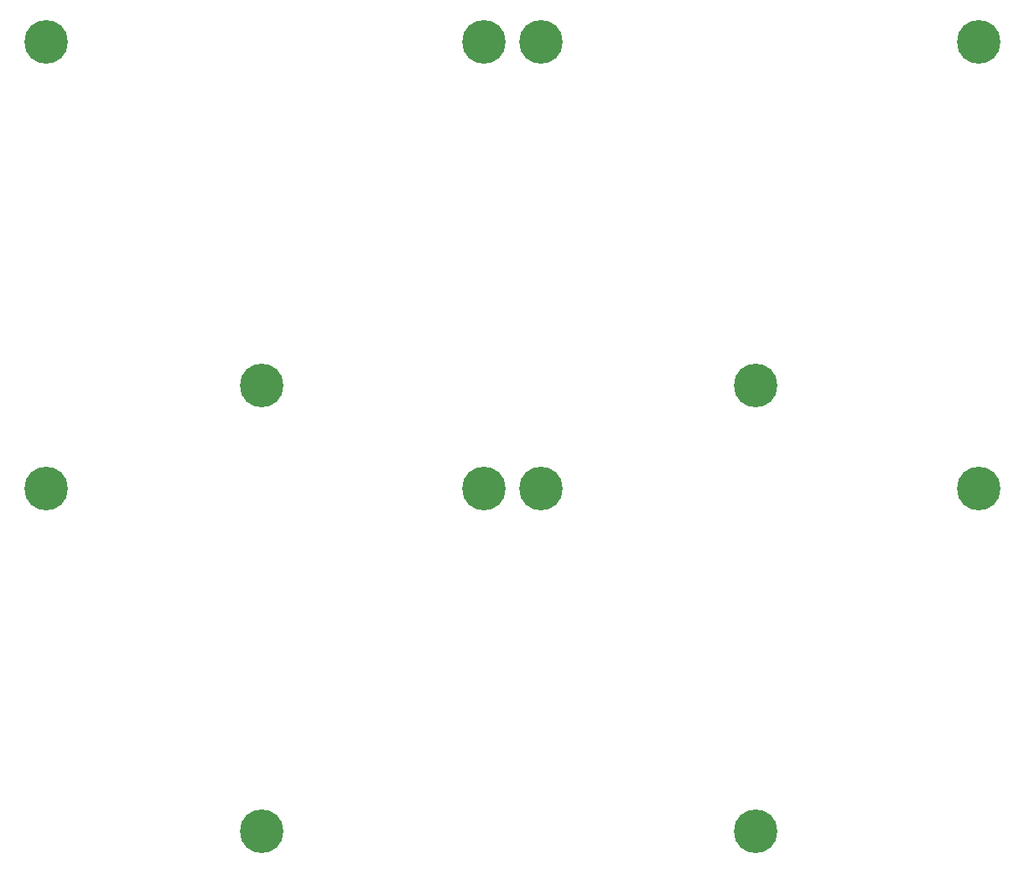
<source format=gtl>
%TF.GenerationSoftware,KiCad,Pcbnew,6.0.2+dfsg-1*%
%TF.CreationDate,2023-02-14T19:21:33+09:00*%
%TF.ProjectId,pcb-panel,7063622d-7061-46e6-956c-2e6b69636164,rev?*%
%TF.SameCoordinates,Original*%
%TF.FileFunction,Copper,L1,Top*%
%TF.FilePolarity,Positive*%
%FSLAX46Y46*%
G04 Gerber Fmt 4.6, Leading zero omitted, Abs format (unit mm)*
G04 Created by KiCad (PCBNEW 6.0.2+dfsg-1) date 2023-02-14 19:21:33*
%MOMM*%
%LPD*%
G01*
G04 APERTURE LIST*
%TA.AperFunction,ComponentPad*%
%ADD10C,0.700000*%
%TD*%
%TA.AperFunction,ComponentPad*%
%ADD11C,4.400000*%
%TD*%
G04 APERTURE END LIST*
D10*
X158218274Y-104290726D03*
X161035000Y-103124000D03*
X159385000Y-101474000D03*
X157735000Y-103124000D03*
X160551726Y-104290726D03*
X160551726Y-101957274D03*
X158218274Y-101957274D03*
D11*
X159385000Y-103124000D03*
D10*
X159385000Y-104774000D03*
X114022274Y-104290726D03*
X116839000Y-103124000D03*
X114022274Y-101957274D03*
X113539000Y-103124000D03*
X116355726Y-101957274D03*
D11*
X115189000Y-103124000D03*
D10*
X115189000Y-104774000D03*
X115189000Y-101474000D03*
X116355726Y-104290726D03*
D11*
X136906000Y-137795000D03*
D10*
X138556000Y-137795000D03*
X138072726Y-138961726D03*
X138072726Y-136628274D03*
X135739274Y-138961726D03*
X135256000Y-137795000D03*
X136906000Y-136145000D03*
X135739274Y-136628274D03*
X136906000Y-139445000D03*
X64111274Y-104290726D03*
X66928000Y-103124000D03*
X64111274Y-101957274D03*
X63628000Y-103124000D03*
X66444726Y-101957274D03*
D11*
X65278000Y-103124000D03*
D10*
X65278000Y-104774000D03*
X65278000Y-101474000D03*
X66444726Y-104290726D03*
D11*
X86995000Y-137795000D03*
D10*
X88645000Y-137795000D03*
X88161726Y-138961726D03*
X88161726Y-136628274D03*
X85828274Y-138961726D03*
X85345000Y-137795000D03*
X86995000Y-136145000D03*
X85828274Y-136628274D03*
X86995000Y-139445000D03*
X108307274Y-104290726D03*
X111124000Y-103124000D03*
X109474000Y-101474000D03*
X107824000Y-103124000D03*
X110640726Y-104290726D03*
X110640726Y-101957274D03*
X108307274Y-101957274D03*
D11*
X109474000Y-103124000D03*
D10*
X109474000Y-104774000D03*
X158218274Y-59205726D03*
X161035000Y-58039000D03*
X159385000Y-56389000D03*
X157735000Y-58039000D03*
X160551726Y-59205726D03*
X160551726Y-56872274D03*
X158218274Y-56872274D03*
D11*
X159385000Y-58039000D03*
D10*
X159385000Y-59689000D03*
D11*
X136906000Y-92710000D03*
D10*
X138556000Y-92710000D03*
X138072726Y-93876726D03*
X138072726Y-91543274D03*
X135739274Y-93876726D03*
X135256000Y-92710000D03*
X136906000Y-91060000D03*
X135739274Y-91543274D03*
X136906000Y-94360000D03*
X114022274Y-59205726D03*
X116839000Y-58039000D03*
X114022274Y-56872274D03*
X113539000Y-58039000D03*
X116355726Y-56872274D03*
D11*
X115189000Y-58039000D03*
D10*
X115189000Y-59689000D03*
X115189000Y-56389000D03*
X116355726Y-59205726D03*
X64111274Y-59205726D03*
X66928000Y-58039000D03*
X64111274Y-56872274D03*
X63628000Y-58039000D03*
X66444726Y-56872274D03*
D11*
X65278000Y-58039000D03*
D10*
X65278000Y-59689000D03*
X65278000Y-56389000D03*
X66444726Y-59205726D03*
D11*
X86995000Y-92710000D03*
D10*
X88645000Y-92710000D03*
X88161726Y-93876726D03*
X88161726Y-91543274D03*
X85828274Y-93876726D03*
X85345000Y-92710000D03*
X86995000Y-91060000D03*
X85828274Y-91543274D03*
X86995000Y-94360000D03*
X108307274Y-59205726D03*
X111124000Y-58039000D03*
X109474000Y-56389000D03*
X107824000Y-58039000D03*
X110640726Y-59205726D03*
X110640726Y-56872274D03*
X108307274Y-56872274D03*
D11*
X109474000Y-58039000D03*
D10*
X109474000Y-59689000D03*
M02*

</source>
